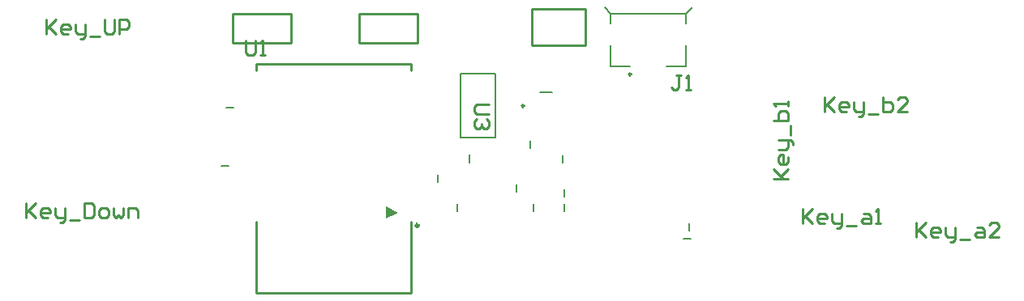
<source format=gto>
%FSLAX25Y25*%
%MOIN*%
G70*
G01*
G75*
%ADD10C,0.05000*%
%ADD11R,0.03937X0.04331*%
%ADD12R,0.04331X0.03937*%
%ADD13R,0.07874X0.03937*%
%ADD14R,0.00984X0.11811*%
%ADD15R,0.07480X0.07480*%
%ADD16R,0.06890X0.04331*%
%ADD17R,0.06890X0.04331*%
%ADD18R,0.06890X0.13583*%
%ADD19R,0.05906X0.05118*%
%ADD20C,0.06000*%
%ADD21C,0.01969*%
%ADD22C,0.01000*%
%ADD23C,0.01181*%
%ADD24R,0.05000X0.04724*%
%ADD25C,0.02500*%
%ADD26R,0.05000X0.05000*%
%ADD27C,0.04724*%
%ADD28C,0.02756*%
%ADD29R,0.11811X0.03937*%
%ADD30R,0.05709X0.02165*%
%ADD31R,0.05709X0.02165*%
%ADD32R,0.03740X0.03937*%
%ADD33R,0.03937X0.03740*%
%ADD34O,0.09843X0.02756*%
%ADD35R,0.03937X0.11811*%
%ADD36C,0.00984*%
%ADD37C,0.00787*%
%ADD38C,0.00500*%
G36*
X299000Y270000D02*
X294000Y267500D01*
Y272500D01*
X299000Y270000D01*
D02*
G37*
D22*
X376000Y339000D02*
Y354000D01*
X363500Y339000D02*
X376000D01*
X354000D02*
X363500D01*
X354000D02*
Y354000D01*
X376000D01*
X240678Y331293D02*
X304329D01*
X240678Y237043D02*
X304329D01*
X240678Y328725D02*
Y331293D01*
Y237043D02*
Y266393D01*
X304329Y328726D02*
Y331293D01*
Y237043D02*
Y266392D01*
X231000Y340000D02*
X255000D01*
X231000D02*
Y352000D01*
X255000D01*
Y340000D02*
Y352000D01*
X307000Y340000D02*
Y352000D01*
X283000D02*
X307000D01*
X283000Y340000D02*
Y352000D01*
Y340000D02*
X307000D01*
X415499Y326498D02*
X413499D01*
X414499D01*
Y321500D01*
X413499Y320500D01*
X412500D01*
X411500Y321500D01*
X417498Y320500D02*
X419497D01*
X418498D01*
Y326498D01*
X417498Y325498D01*
X336498Y314500D02*
X331500D01*
X330500Y313500D01*
Y311501D01*
X331500Y310501D01*
X336498D01*
X335498Y308502D02*
X336498Y307502D01*
Y305503D01*
X335498Y304503D01*
X334499D01*
X333499Y305503D01*
Y306503D01*
Y305503D01*
X332499Y304503D01*
X331500D01*
X330500Y305503D01*
Y307502D01*
X331500Y308502D01*
X236500Y340798D02*
Y335800D01*
X237500Y334800D01*
X239499D01*
X240499Y335800D01*
Y340798D01*
X242498Y334800D02*
X244497D01*
X243498D01*
Y340798D01*
X242498Y339798D01*
X154350Y349498D02*
Y343500D01*
Y345499D01*
X158349Y349498D01*
X155350Y346499D01*
X158349Y343500D01*
X163347D02*
X161348D01*
X160348Y344500D01*
Y346499D01*
X161348Y347499D01*
X163347D01*
X164347Y346499D01*
Y345499D01*
X160348D01*
X166347Y347499D02*
Y344500D01*
X167346Y343500D01*
X170345D01*
Y342500D01*
X169345Y341501D01*
X168346D01*
X170345Y343500D02*
Y347499D01*
X172345Y342500D02*
X176343D01*
X178343Y349498D02*
Y344500D01*
X179342Y343500D01*
X181342D01*
X182341Y344500D01*
Y349498D01*
X184341Y343500D02*
Y349498D01*
X187340D01*
X188339Y348498D01*
Y346499D01*
X187340Y345499D01*
X184341D01*
X146000Y273998D02*
Y268000D01*
Y269999D01*
X149999Y273998D01*
X147000Y270999D01*
X149999Y268000D01*
X154997D02*
X152998D01*
X151998Y269000D01*
Y270999D01*
X152998Y271999D01*
X154997D01*
X155997Y270999D01*
Y269999D01*
X151998D01*
X157996Y271999D02*
Y269000D01*
X158996Y268000D01*
X161995D01*
Y267000D01*
X160995Y266001D01*
X159995D01*
X161995Y268000D02*
Y271999D01*
X163994Y267000D02*
X167993D01*
X169992Y273998D02*
Y268000D01*
X172991D01*
X173991Y269000D01*
Y272998D01*
X172991Y273998D01*
X169992D01*
X176990Y268000D02*
X178989D01*
X179989Y269000D01*
Y270999D01*
X178989Y271999D01*
X176990D01*
X175990Y270999D01*
Y269000D01*
X176990Y268000D01*
X181988Y271999D02*
Y269000D01*
X182988Y268000D01*
X183988Y269000D01*
X184987Y268000D01*
X185987Y269000D01*
Y271999D01*
X187986Y268000D02*
Y271999D01*
X190985D01*
X191985Y270999D01*
Y268000D01*
X474500Y317498D02*
Y311500D01*
Y313499D01*
X478499Y317498D01*
X475500Y314499D01*
X478499Y311500D01*
X483497D02*
X481498D01*
X480498Y312500D01*
Y314499D01*
X481498Y315499D01*
X483497D01*
X484497Y314499D01*
Y313499D01*
X480498D01*
X486496Y315499D02*
Y312500D01*
X487496Y311500D01*
X490495D01*
Y310500D01*
X489495Y309501D01*
X488495D01*
X490495Y311500D02*
Y315499D01*
X492494Y310500D02*
X496493D01*
X498492Y317498D02*
Y311500D01*
X501491D01*
X502491Y312500D01*
Y313499D01*
Y314499D01*
X501491Y315499D01*
X498492D01*
X508489Y311500D02*
X504490D01*
X508489Y315499D01*
Y316498D01*
X507489Y317498D01*
X505490D01*
X504490Y316498D01*
X453502Y284000D02*
X459500D01*
X457501D01*
X453502Y287999D01*
X456501Y285000D01*
X459500Y287999D01*
Y292997D02*
Y290998D01*
X458500Y289998D01*
X456501D01*
X455501Y290998D01*
Y292997D01*
X456501Y293997D01*
X457501D01*
Y289998D01*
X455501Y295996D02*
X458500D01*
X459500Y296996D01*
Y299995D01*
X460500D01*
X461499Y298995D01*
Y297995D01*
X459500Y299995D02*
X455501D01*
X460500Y301994D02*
Y305993D01*
X453502Y307992D02*
X459500D01*
Y310991D01*
X458500Y311991D01*
X457501D01*
X456501D01*
X455501Y310991D01*
Y307992D01*
X459500Y313990D02*
Y315990D01*
Y314990D01*
X453502D01*
X454502Y313990D01*
X512000Y265998D02*
Y260000D01*
Y261999D01*
X515999Y265998D01*
X513000Y262999D01*
X515999Y260000D01*
X520997D02*
X518998D01*
X517998Y261000D01*
Y262999D01*
X518998Y263999D01*
X520997D01*
X521997Y262999D01*
Y261999D01*
X517998D01*
X523996Y263999D02*
Y261000D01*
X524996Y260000D01*
X527995D01*
Y259000D01*
X526995Y258001D01*
X525995D01*
X527995Y260000D02*
Y263999D01*
X529994Y259000D02*
X533993D01*
X536992Y263999D02*
X538991D01*
X539991Y262999D01*
Y260000D01*
X536992D01*
X535992Y261000D01*
X536992Y261999D01*
X539991D01*
X545989Y260000D02*
X541990D01*
X545989Y263999D01*
Y264998D01*
X544989Y265998D01*
X542990D01*
X541990Y264998D01*
X465320Y271498D02*
Y265500D01*
Y267499D01*
X469319Y271498D01*
X466320Y268499D01*
X469319Y265500D01*
X474318D02*
X472318D01*
X471318Y266500D01*
Y268499D01*
X472318Y269499D01*
X474318D01*
X475317Y268499D01*
Y267499D01*
X471318D01*
X477317Y269499D02*
Y266500D01*
X478316Y265500D01*
X481315D01*
Y264500D01*
X480316Y263501D01*
X479316D01*
X481315Y265500D02*
Y269499D01*
X483315Y264500D02*
X487313D01*
X490312Y269499D02*
X492312D01*
X493311Y268499D01*
Y265500D01*
X490312D01*
X489313Y266500D01*
X490312Y267499D01*
X493311D01*
X495311Y265500D02*
X497310D01*
X496311D01*
Y271498D01*
X495311Y270498D01*
D23*
X307591Y264661D02*
G03*
X307591Y264661I-591J0D01*
G01*
D36*
X394992Y327008D02*
G03*
X394992Y327008I-492J0D01*
G01*
X350996Y314000D02*
G03*
X350996Y314000I-492J0D01*
G01*
D37*
X228425Y313307D02*
X231575D01*
X226425Y289307D02*
X229575D01*
X367307Y276425D02*
Y279575D01*
Y270425D02*
Y273575D01*
X328628Y290676D02*
Y293826D01*
X354693Y270425D02*
Y273575D01*
X323307Y270425D02*
Y273575D01*
X339283Y300811D02*
Y327189D01*
X324717Y300811D02*
X339283D01*
X324717D02*
Y327189D01*
X339283D01*
X353307Y296425D02*
Y299575D01*
X357441Y319480D02*
X362559D01*
X366693Y290425D02*
Y293575D01*
X416425Y259347D02*
X419575D01*
X347951Y278425D02*
Y281575D01*
X315307Y282425D02*
Y285575D01*
X418693Y262425D02*
Y265575D01*
D38*
X417500Y352000D02*
X419980Y354480D01*
X384020D02*
X386500Y352000D01*
Y330315D02*
Y339000D01*
X386646Y352000D02*
X417354D01*
X386646Y330315D02*
X394500D01*
X409500D02*
X417354D01*
X386500Y348000D02*
Y352000D01*
X417500Y348000D02*
Y352000D01*
Y330315D02*
Y339000D01*
M02*

</source>
